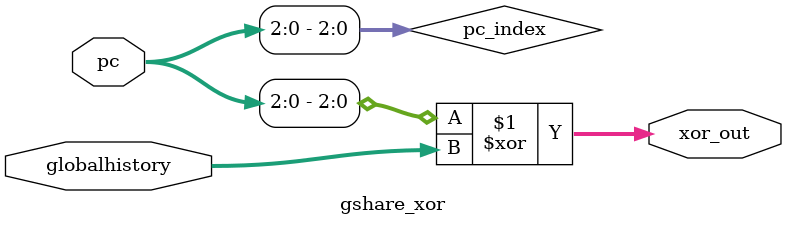
<source format=sv>
module gshare_xor(
	input logic [15:0] pc,
	input logic [2:0] globalhistory,
	output logic [2:0] xor_out
	);


	logic [2:0] pc_index;
	assign pc_index = pc[2:0];

	assign xor_out = pc_index^globalhistory;


endmodule
</source>
